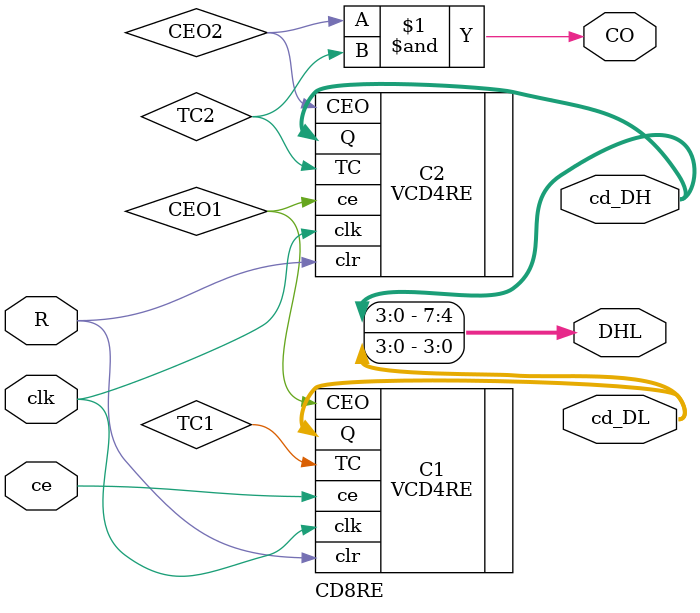
<source format=v>
`include "VCD4RE.v"

module CD8RE(input ce,  output wire CO,
             input clk, output wire [7:0] DHL,
             input R,   output wire [3:0] cd_DL,
                        output wire [3:0] cd_DH);

  wire TC1,   TC2;
  wire CEO1, CEO2;

  assign DHL = { cd_DH, cd_DL }; 
  assign CO = CEO2 & TC2;

  VCD4RE C1(.ce(ce),   .Q(cd_DL),
            .clk(clk), .TC(TC1),
            .clr(R),   .CEO(CEO1));

  VCD4RE C2(.ce(CEO1),  .Q(cd_DH),
            .clk(clk),  .TC(TC2),
            .clr(R),    .CEO(CEO2));

endmodule

</source>
